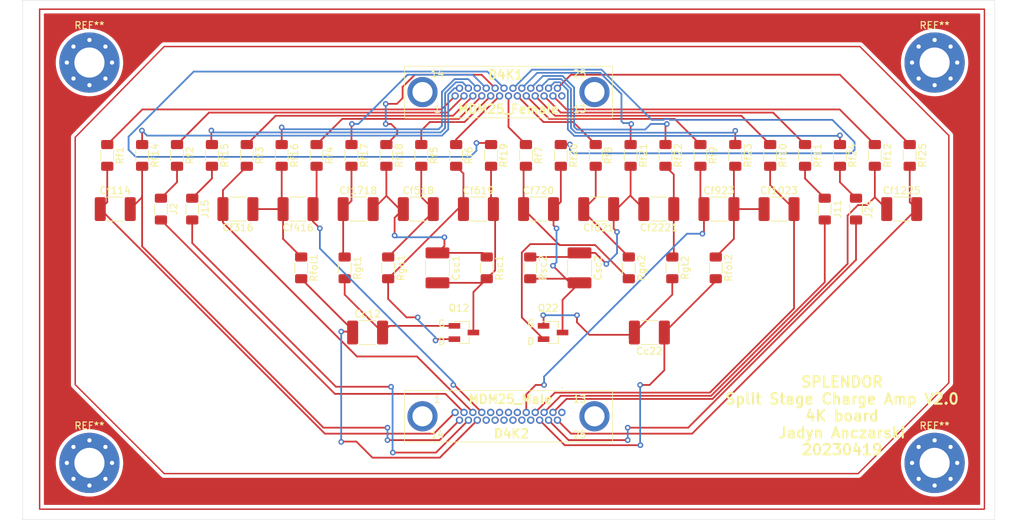
<source format=kicad_pcb>
(kicad_pcb (version 20211014) (generator pcbnew)

  (general
    (thickness 1.6)
  )

  (paper "A4")
  (layers
    (0 "F.Cu" signal)
    (31 "B.Cu" signal)
    (32 "B.Adhes" user "B.Adhesive")
    (33 "F.Adhes" user "F.Adhesive")
    (34 "B.Paste" user)
    (35 "F.Paste" user)
    (36 "B.SilkS" user "B.Silkscreen")
    (37 "F.SilkS" user "F.Silkscreen")
    (38 "B.Mask" user)
    (39 "F.Mask" user)
    (40 "Dwgs.User" user "User.Drawings")
    (41 "Cmts.User" user "User.Comments")
    (42 "Eco1.User" user "User.Eco1")
    (43 "Eco2.User" user "User.Eco2")
    (44 "Edge.Cuts" user)
    (45 "Margin" user)
    (46 "B.CrtYd" user "B.Courtyard")
    (47 "F.CrtYd" user "F.Courtyard")
    (48 "B.Fab" user)
    (49 "F.Fab" user)
    (50 "User.1" user)
    (51 "User.2" user)
    (52 "User.3" user)
    (53 "User.4" user)
    (54 "User.5" user)
    (55 "User.6" user)
    (56 "User.7" user)
    (57 "User.8" user)
    (58 "User.9" user)
  )

  (setup
    (pad_to_mask_clearance 0)
    (pcbplotparams
      (layerselection 0x00010fc_ffffffff)
      (disableapertmacros false)
      (usegerberextensions false)
      (usegerberattributes true)
      (usegerberadvancedattributes true)
      (creategerberjobfile true)
      (svguseinch false)
      (svgprecision 6)
      (excludeedgelayer true)
      (plotframeref false)
      (viasonmask false)
      (mode 1)
      (useauxorigin false)
      (hpglpennumber 1)
      (hpglpenspeed 20)
      (hpglpendiameter 15.000000)
      (dxfpolygonmode true)
      (dxfimperialunits true)
      (dxfusepcbnewfont true)
      (psnegative false)
      (psa4output false)
      (plotreference true)
      (plotvalue true)
      (plotinvisibletext false)
      (sketchpadsonfab false)
      (subtractmaskfromsilk false)
      (outputformat 1)
      (mirror false)
      (drillshape 1)
      (scaleselection 1)
      (outputdirectory "")
    )
  )

  (net 0 "")
  (net 1 "Net-(Cc22-Pad2)")
  (net 2 "Net-(Cf720-Pad1)")
  (net 3 "Net-(Cf720-Pad2)")
  (net 4 "Net-(Cc12-Pad2)")
  (net 5 "Net-(Cf619-Pad1)")
  (net 6 "Net-(Cf619-Pad2)")
  (net 7 "Net-(Cf2221-Pad2)")
  (net 8 "/6")
  (net 9 "Net-(Cf1718-Pad2)")
  (net 10 "Net-(Cf2221-Pad1)")
  (net 11 "Net-(Cf1718-Pad1)")
  (net 12 "Net-(Cf821-Pad2)")
  (net 13 "Net-(Cf518-Pad2)")
  (net 14 "Net-(Cf1023-Pad1)")
  (net 15 "Net-(Cc22-Pad1)")
  (net 16 "Net-(Cf316-Pad1)")
  (net 17 "Net-(Cc12-Pad1)")
  (net 18 "/14")
  (net 19 "Net-(Cf1225-Pad2)")
  (net 20 "/15")
  (net 21 "Net-(J24-Pad1)")
  (net 22 "/16")
  (net 23 "/17")
  (net 24 "/18")
  (net 25 "Net-(J2-Pad1)")
  (net 26 "Net-(D4K2-Pad2)")
  (net 27 "Net-(J11-Pad1)")
  (net 28 "Net-(D4K2-Pad11)")
  (net 29 "Net-(J15-Pad1)")
  (net 30 "Net-(D4K2-Pad15)")
  (net 31 "Net-(D4K2-Pad24)")
  (net 32 "/19")
  (net 33 "/5")
  (net 34 "/1")
  (net 35 "Net-(Cf114-Pad1)")
  (net 36 "/2")
  (net 37 "/3")
  (net 38 "Net-(Cf316-Pad2)")
  (net 39 "/4")
  (net 40 "Net-(Cf416-Pad1)")
  (net 41 "Net-(Cf923-Pad1)")
  (net 42 "Net-(Cf1023-Pad2)")
  (net 43 "Net-(Cf1225-Pad1)")
  (net 44 "Net-(Cf114-Pad2)")
  (net 45 "unconnected-(D4K1-Pad13)")
  (net 46 "unconnected-(D4K2-Pad5)")
  (net 47 "unconnected-(D4K2-Pad6)")
  (net 48 "unconnected-(D4K2-Pad7)")
  (net 49 "unconnected-(D4K2-Pad8)")
  (net 50 "unconnected-(D4K2-Pad13)")
  (net 51 "unconnected-(D4K2-Pad17)")
  (net 52 "unconnected-(D4K2-Pad18)")
  (net 53 "unconnected-(D4K2-Pad19)")
  (net 54 "unconnected-(D4K2-Pad20)")
  (net 55 "unconnected-(D4K2-Pad21)")
  (net 56 "unconnected-(D4K2-Pad22)")
  (net 57 "/12")
  (net 58 "/25")
  (net 59 "/24")
  (net 60 "/23")
  (net 61 "/22")
  (net 62 "/21")
  (net 63 "/20")
  (net 64 "/7")
  (net 65 "/8")
  (net 66 "/9")
  (net 67 "/10")
  (net 68 "/11")

  (footprint "MountingHole:MountingHole_4.3mm_M4_Pad_Via" (layer "F.Cu") (at 203.962 58.166))

  (footprint "Resistor_SMD:R_1206_3216Metric_Pad1.30x1.75mm_HandSolder" (layer "F.Cu") (at 135.65964 71.421159 -90))

  (footprint "Resistor_SMD:R_1206_3216Metric_Pad1.30x1.75mm_HandSolder" (layer "F.Cu") (at 140.640248 71.421159 -90))

  (footprint "MountingHole:MountingHole_4.3mm_M4_Pad_Via" (layer "F.Cu") (at 83.312 58.166))

  (footprint "Resistor_SMD:R_1206_3216Metric_Pad1.30x1.75mm_HandSolder" (layer "F.Cu") (at 185.46572 71.421159 -90))

  (footprint "Capacitor_SMD:C_1812_4532Metric_Pad1.57x3.40mm_HandSolder" (layer "F.Cu") (at 199.26456 79.081492))

  (footprint "Capacitor_SMD:C_1812_4532Metric_Pad1.57x3.40mm_HandSolder" (layer "F.Cu") (at 132.990224 87.471825 -90))

  (footprint "Capacitor_SMD:C_1812_4532Metric_Pad1.57x3.40mm_HandSolder" (layer "F.Cu") (at 173.17176 79.081492))

  (footprint "Resistor_SMD:R_1206_3216Metric_Pad1.30x1.75mm_HandSolder" (layer "F.Cu") (at 146.234 87.471825 -90))

  (footprint "Resistor_SMD:R_1206_3216Metric_Pad1.30x1.75mm_HandSolder" (layer "F.Cu") (at 155.582072 71.421159 -90))

  (footprint "Resistor_SMD:R_1206_3216Metric_Pad1.30x1.75mm_HandSolder" (layer "F.Cu") (at 170.523896 71.421159 -90))

  (footprint "Resistor_SMD:R_1206_3216Metric_Pad1.30x1.75mm_HandSolder" (layer "F.Cu") (at 100.795384 71.421159 -90))

  (footprint "Resistor_SMD:R_1206_3216Metric_Pad1.30x1.75mm_HandSolder" (layer "F.Cu") (at 175.504504 71.421159 -90))

  (footprint "Resistor_SMD:R_1206_3216Metric_Pad1.30x1.75mm_HandSolder" (layer "F.Cu") (at 90.834168 71.421159 -90))

  (footprint "Resistor_SMD:R_1206_3216Metric_Pad1.30x1.75mm_HandSolder" (layer "F.Cu") (at 115.737208 71.421159 -90))

  (footprint "Capacitor_SMD:C_1812_4532Metric_Pad1.57x3.40mm_HandSolder" (layer "F.Cu") (at 86.99656 79.081492))

  (footprint "Resistor_SMD:R_1206_3216Metric_Pad1.30x1.75mm_HandSolder" (layer "F.Cu") (at 160.307776 87.471825 -90))

  (footprint "Capacitor_SMD:C_1812_4532Metric_Pad1.57x3.40mm_HandSolder" (layer "F.Cu") (at 104.50616 79.081492 180))

  (footprint "Capacitor_SMD:C_1812_4532Metric_Pad1.57x3.40mm_HandSolder" (layer "F.Cu") (at 153.270888 87.471825 -90))

  (footprint "Resistor_SMD:R_1206_3216Metric_Pad1.30x1.75mm_HandSolder" (layer "F.Cu") (at 97.98296 79.081492 -90))

  (footprint "Capacitor_SMD:C_1812_4532Metric_Pad1.57x3.40mm_HandSolder" (layer "F.Cu") (at 113.08936 79.081492 180))

  (footprint "Resistor_SMD:R_1206_3216Metric_Pad1.30x1.75mm_HandSolder" (layer "F.Cu") (at 120.717816 71.421159 -90))

  (footprint "Capacitor_SMD:C_1812_4532Metric_Pad1.57x3.40mm_HandSolder" (layer "F.Cu") (at 163.24231 96.702158 180))

  (footprint "Resistor_SMD:R_1206_3216Metric_Pad1.30x1.75mm_HandSolder" (layer "F.Cu") (at 110.7566 71.421159 -90))

  (footprint "Resistor_SMD:R_1206_3216Metric_Pad1.30x1.75mm_HandSolder" (layer "F.Cu") (at 165.543288 71.421159 -90))

  (footprint "Resistor_SMD:R_1206_3216Metric_Pad1.30x1.75mm_HandSolder" (layer "F.Cu") (at 190.446328 71.421159 -90))

  (footprint "Resistor_SMD:R_1206_3216Metric_Pad1.30x1.75mm_HandSolder" (layer "F.Cu") (at 150.601464 71.421159 -90))

  (footprint "Transistor_Power_Module:CryoHEMTTransistor" (layer "F.Cu") (at 136.06331 95.752158))

  (footprint "Capacitor_SMD:C_1812_4532Metric_Pad1.57x3.40mm_HandSolder" (layer "F.Cu") (at 164.58856 79.081492 180))

  (footprint "Resistor_SMD:R_1206_3216Metric_Pad1.30x1.75mm_HandSolder" (layer "F.Cu") (at 160.56268 71.421159 -90))

  (footprint "Resistor_SMD:R_1206_3216Metric_Pad1.30x1.75mm_HandSolder" (layer "F.Cu") (at 125.698424 71.421159 -90))

  (footprint "Resistor_SMD:R_1206_3216Metric_Pad1.30x1.75mm_HandSolder" (layer "F.Cu") (at 145.620856 71.421159 -90))

  (footprint "Capacitor_SMD:C_1812_4532Metric_Pad1.57x3.40mm_HandSolder" (layer "F.Cu") (at 138.83896 79.081492))

  (footprint "Capacitor_SMD:C_1812_4532Metric_Pad1.57x3.40mm_HandSolder" (layer "F.Cu") (at 123.01881 96.702158))

  (footprint "Resistor_SMD:R_1206_3216Metric_Pad1.30x1.75mm_HandSolder" (layer "F.Cu") (at 140.027112 87.471825 -90))

  (footprint "Capacitor_SMD:C_1812_4532Metric_Pad1.57x3.40mm_HandSolder" (layer "F.Cu") (at 130.25576 79.081492))

  (footprint "Resistor_SMD:R_1206_3216Metric_Pad1.30x1.75mm_HandSolder" (layer "F.Cu") (at 195.426936 71.421159 -90))

  (footprint "Resistor_SMD:R_1206_3216Metric_Pad1.30x1.75mm_HandSolder" (layer "F.Cu") (at 188.27816 79.081492 -90))

  (footprint "Resistor_SMD:R_1206_3216Metric_Pad1.30x1.75mm_HandSolder" (layer "F.Cu") (at 105.775992 71.421159 -90))

  (footprint "Resistor_SMD:R_1206_3216Metric_Pad1.30x1.75mm_HandSolder" (layer "F.Cu") (at 85.85356 71.421159 -90))

  (footprint "Resistor_SMD:R_1206_3216Metric_Pad1.30x1.75mm_HandSolder" (layer "F.Cu") (at 93.51976 79.081492 -90))

  (footprint "Transistor_Power_Module:CryoHEMTTransistor" (layer "F.Cu") (at 148.78781 95.752158))

  (footprint "Capacitor_SMD:C_1812_4532Metric_Pad1.57x3.40mm_HandSolder" (layer "F.Cu") (at 156.00536 79.081492 180))

  (footprint "Resistor_SMD:R_1206_3216Metric_Pad1.30x1.75mm_HandSolder" (layer "F.Cu") (at 113.53956 87.471825 -90))

  (footprint "Capacitor_SMD:C_1812_4532Metric_Pad1.57x3.40mm_HandSolder" (layer "F.Cu") (at 121.67256 79.081492))

  (footprint "Resistor_SMD:R_1206_3216Metric_Pad1.30x1.75mm_HandSolder" (layer "F.Cu") (at 95.814776 71.421159 -90))

  (footprint "MountingHole:MountingHole_4.3mm_M4_Pad_Via" (layer "F.Cu") (at 203.962 115.316))

  (footprint "Connector_Dsub:mdm25-male-footprint" (layer "F.Cu") (at 143.13056 108.760326))

  (footprint "Capacitor_SMD:C_1812_4532Metric_Pad1.57x3.40mm_HandSolder" (layer "F.Cu") (at 181.75496 79.081492))

  (footprint "Capacitor_SMD:C_1812_4532Metric_Pad1.57x3.40mm_HandSolder" (layer "F.Cu") (at 147.42216 79.081492))

  (footprint "Resistor_SMD:R_1206_3216Metric_Pad1.30x1.75mm_HandSolder" (layer "F.Cu") (at 192.74136 79.081492 -90))

  (footprint "Resistor_SMD:R_1206_3216Metric_Pad1.30x1.75mm_HandSolder" (layer "F.Cu") (at 172.72156 87.471825 -90))

  (footprint "Resistor_SMD:R_1206_3216Metric_Pad1.30x1.75mm_HandSolder" (layer "F.Cu") (at 200.40756 71.421159 -90))

  (footprint "MountingHole:MountingHole_4.3mm_M4_Pad_Via" (layer "F.Cu") (at 83.312 115.316))

  (footprint "Resistor_SMD:R_1206_3216Metric_Pad1.30x1.75mm_HandSolder" (layer "F.Cu") (at 166.514664 87.471825 -90))

  (footprint "Resistor_SMD:R_1206_3216Metric_Pad1.30x1.75mm_HandSolder" (layer "F.Cu") (at 180.485112 71.421159 -90))

  (footprint "Resistor_SMD:R_1206_3216Metric_Pad1.30x1.75mm_HandSolder" (layer "F.Cu") (at 119.746448 87.471825 -90))

  (footprint "Resistor_SMD:R_1206_3216Metric_Pad1.30x1.75mm_HandSolder" (layer "F.Cu") (at 130.679032 71.421159 -90))

  (footprint "Resistor_SMD:R_1206_3216Metric_Pad1.30x1.75mm_HandSolder" (layer "F.Cu") (at 125.953336 87.471825 -90))

  (footprint "Connector_Dsub:mdm25_footprint" (layer "F.Cu") (at 143.13056 62.278326 180))

  (gr_line (start 81.28 68.834) (end 81.28 104.14) (layer "F.Cu") (width 0.2) (tstamp 0c2aba26-c952-4d84-95ac-6faa029fe17d))
  (gr_line (start 93.98 55.88) (end 81.28 68.834) (layer "F.Cu") (width 0.2) (tstamp 25506784-8a9c-46e8-832d-c4b7e0e027d6))
  (gr_line (start 193.294 55.88) (end 93.98 55.88) (layer "F.Cu") (width 0.2) (tstamp 2a72f968-9848-4be5-8252-ec9b00598f72))
  (gr_line (start 81.28 104.14) (end 93.98 116.84) (layer "F.Cu") (width 0.2) (tstamp 3245d1c8-01a0-4338-8b95-c9a663b23721))
  (gr_line (start 93.98 116.84) (end 193.04 116.84) (layer "F.Cu") (width 0.2) (tstamp 587810a7-3c46-4f5b-ab08-93a134858145))
  (gr_line (start 193.04 116.84) (end 205.994 103.886) (layer "F.Cu") (width 0.2) (tstamp 928b8224-43ae-4467-b828-c201eaaed1dc))
  (gr_line (start 205.994 103.886) (end 205.994 68.58) (layer "F.Cu") (width 0.2) (tstamp afb73473-30ca-4707-98d2-b1e6d3da137d))
  (gr_rect (start 76.2 50.546) (end 211.074 121.92) (layer "F.Cu") (width 0.2) (fill none) (tstamp f2d1381c-5180-4366-b71e-09cd77c00c40))
  (gr_line (start 205.994 68.58) (end 193.294 55.88) (layer "F
... [89253 chars truncated]
</source>
